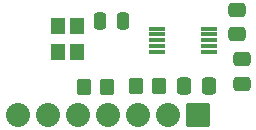
<source format=gbr>
%TF.GenerationSoftware,KiCad,Pcbnew,9.0.3*%
%TF.CreationDate,2025-07-23T07:55:48+05:30*%
%TF.ProjectId,Adafruit Si5351A,41646166-7275-4697-9420-536935333531,rev?*%
%TF.SameCoordinates,Original*%
%TF.FileFunction,Soldermask,Top*%
%TF.FilePolarity,Negative*%
%FSLAX46Y46*%
G04 Gerber Fmt 4.6, Leading zero omitted, Abs format (unit mm)*
G04 Created by KiCad (PCBNEW 9.0.3) date 2025-07-23 07:55:48*
%MOMM*%
%LPD*%
G01*
G04 APERTURE LIST*
G04 Aperture macros list*
%AMRoundRect*
0 Rectangle with rounded corners*
0 $1 Rounding radius*
0 $2 $3 $4 $5 $6 $7 $8 $9 X,Y pos of 4 corners*
0 Add a 4 corners polygon primitive as box body*
4,1,4,$2,$3,$4,$5,$6,$7,$8,$9,$2,$3,0*
0 Add four circle primitives for the rounded corners*
1,1,$1+$1,$2,$3*
1,1,$1+$1,$4,$5*
1,1,$1+$1,$6,$7*
1,1,$1+$1,$8,$9*
0 Add four rect primitives between the rounded corners*
20,1,$1+$1,$2,$3,$4,$5,0*
20,1,$1+$1,$4,$5,$6,$7,0*
20,1,$1+$1,$6,$7,$8,$9,0*
20,1,$1+$1,$8,$9,$2,$3,0*%
G04 Aperture macros list end*
%ADD10RoundRect,0.250000X-0.475000X0.337500X-0.475000X-0.337500X0.475000X-0.337500X0.475000X0.337500X0*%
%ADD11RoundRect,0.250000X-0.350000X-0.450000X0.350000X-0.450000X0.350000X0.450000X-0.350000X0.450000X0*%
%ADD12RoundRect,0.250000X0.350000X0.450000X-0.350000X0.450000X-0.350000X-0.450000X0.350000X-0.450000X0*%
%ADD13RoundRect,0.050800X-0.965200X0.965200X-0.965200X-0.965200X0.965200X-0.965200X0.965200X0.965200X0*%
%ADD14C,2.032000*%
%ADD15RoundRect,0.250000X-0.337500X-0.475000X0.337500X-0.475000X0.337500X0.475000X-0.337500X0.475000X0*%
%ADD16RoundRect,0.250000X0.475000X-0.337500X0.475000X0.337500X-0.475000X0.337500X-0.475000X-0.337500X0*%
%ADD17R,1.200000X1.400000*%
%ADD18RoundRect,0.250000X-0.250000X-0.475000X0.250000X-0.475000X0.250000X0.475000X-0.250000X0.475000X0*%
%ADD19R,1.400000X0.300000*%
G04 APERTURE END LIST*
D10*
%TO.C,C3*%
X20326687Y-8966716D03*
X20326687Y-11041716D03*
%TD*%
D11*
%TO.C,R4*%
X11351687Y-11254216D03*
X13351687Y-11254216D03*
%TD*%
D12*
%TO.C,R3*%
X8957687Y-11275216D03*
X6957687Y-11275216D03*
%TD*%
D13*
%TO.C,JP1*%
X16647787Y-13662816D03*
D14*
X14107787Y-13662816D03*
X11567787Y-13662816D03*
X9027787Y-13662816D03*
X6487787Y-13662816D03*
X3947787Y-13662816D03*
X1407787Y-13662816D03*
%TD*%
D15*
%TO.C,C1*%
X15469187Y-11254216D03*
X17544187Y-11254216D03*
%TD*%
D16*
%TO.C,C4*%
X19926687Y-6841716D03*
X19926687Y-4766716D03*
%TD*%
D17*
%TO.C,Y1*%
X6396687Y-8341716D03*
X6396687Y-6141716D03*
X4796687Y-6141716D03*
X4796687Y-8341716D03*
%TD*%
D18*
%TO.C,C2*%
X8356687Y-5734216D03*
X10256687Y-5734216D03*
%TD*%
D19*
%TO.C,U1*%
X13206687Y-6354216D03*
X13206687Y-6854216D03*
X13206687Y-7354216D03*
X13206687Y-7854216D03*
X13206687Y-8354216D03*
X17606687Y-8354216D03*
X17606687Y-7854216D03*
X17606687Y-7354216D03*
X17606687Y-6854216D03*
X17606687Y-6354216D03*
%TD*%
M02*

</source>
